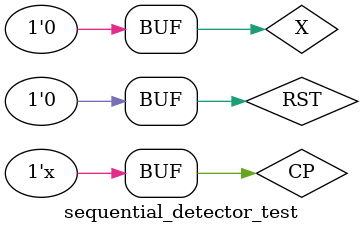
<source format=v>
`timescale 1ns / 1ps
module sequential_detector_test();
reg CP,X,RST;
wire Z;
sequential_detector test(CP,RST,X,Z);
initial begin
CP=0;
X=0;
RST=0;
#10 RST=1;
#10 RST=0;
#2
#20 X=1;//
#20 X=0;
#20 X=1;
#20 X=1;
#20 X=0;//¶ÀÁ¢µÃ10110ÐòÁÐ1
#20 X=0;
#20 X=0;
#20 X=1;
#20 X=1;
#20 X=1;//
#20 X=0;
#20 X=1;
#20 X=1;
#20 X=0;//¶ÀÁ¢µÃ10110ÐòÁÐ2
#20 X=1;
#20 X=1;
#20 X=0;//Á¬ÐøµÄ10110ÐòÁÐ
end
always begin
#10 CP=!CP;
end
endmodule

</source>
